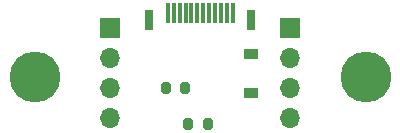
<source format=gbr>
%TF.GenerationSoftware,KiCad,Pcbnew,(6.0.0)*%
%TF.CreationDate,2022-09-18T22:54:42-04:00*%
%TF.ProjectId,SergioPico_USB,53657267-696f-4506-9963-6f5f5553422e,1*%
%TF.SameCoordinates,Original*%
%TF.FileFunction,Soldermask,Top*%
%TF.FilePolarity,Negative*%
%FSLAX46Y46*%
G04 Gerber Fmt 4.6, Leading zero omitted, Abs format (unit mm)*
G04 Created by KiCad (PCBNEW (6.0.0)) date 2022-09-18 22:54:42*
%MOMM*%
%LPD*%
G01*
G04 APERTURE LIST*
G04 Aperture macros list*
%AMRoundRect*
0 Rectangle with rounded corners*
0 $1 Rounding radius*
0 $2 $3 $4 $5 $6 $7 $8 $9 X,Y pos of 4 corners*
0 Add a 4 corners polygon primitive as box body*
4,1,4,$2,$3,$4,$5,$6,$7,$8,$9,$2,$3,0*
0 Add four circle primitives for the rounded corners*
1,1,$1+$1,$2,$3*
1,1,$1+$1,$4,$5*
1,1,$1+$1,$6,$7*
1,1,$1+$1,$8,$9*
0 Add four rect primitives between the rounded corners*
20,1,$1+$1,$2,$3,$4,$5,0*
20,1,$1+$1,$4,$5,$6,$7,0*
20,1,$1+$1,$6,$7,$8,$9,0*
20,1,$1+$1,$8,$9,$2,$3,0*%
G04 Aperture macros list end*
%ADD10RoundRect,0.200000X-0.200000X-0.275000X0.200000X-0.275000X0.200000X0.275000X-0.200000X0.275000X0*%
%ADD11R,1.700000X1.700000*%
%ADD12O,1.700000X1.700000*%
%ADD13R,0.300000X1.700000*%
%ADD14R,0.700000X1.700000*%
%ADD15R,1.200000X0.900000*%
%ADD16C,4.300000*%
%ADD17RoundRect,0.200000X0.200000X0.275000X-0.200000X0.275000X-0.200000X-0.275000X0.200000X-0.275000X0*%
G04 APERTURE END LIST*
D10*
%TO.C,R2*%
X124056902Y-113026162D03*
X125706902Y-113026162D03*
%TD*%
D11*
%TO.C,J3*%
X134620000Y-107950000D03*
D12*
X134620000Y-110490000D03*
X134620000Y-113030000D03*
X134620000Y-115570000D03*
%TD*%
D13*
%TO.C,J1*%
X129750000Y-106680000D03*
X129250000Y-106680000D03*
X128750000Y-106680000D03*
X128250000Y-106680000D03*
X127750000Y-106680000D03*
X127250000Y-106680000D03*
X126750000Y-106680000D03*
X126250000Y-106680000D03*
X125750000Y-106680000D03*
X125250000Y-106680000D03*
X124750000Y-106680000D03*
X124250000Y-106680000D03*
D14*
X122680000Y-107230000D03*
X131320000Y-107230000D03*
%TD*%
D15*
%TO.C,D1*%
X131318000Y-113410000D03*
X131318000Y-110110000D03*
%TD*%
D16*
%TO.C,H2*%
X141000000Y-112080000D03*
%TD*%
%TO.C,H1*%
X113000000Y-112080000D03*
%TD*%
D17*
%TO.C,R1*%
X127650000Y-116080000D03*
X126000000Y-116080000D03*
%TD*%
D11*
%TO.C,J2*%
X119380000Y-107950000D03*
D12*
X119380000Y-110490000D03*
X119380000Y-113030000D03*
X119380000Y-115570000D03*
%TD*%
M02*

</source>
